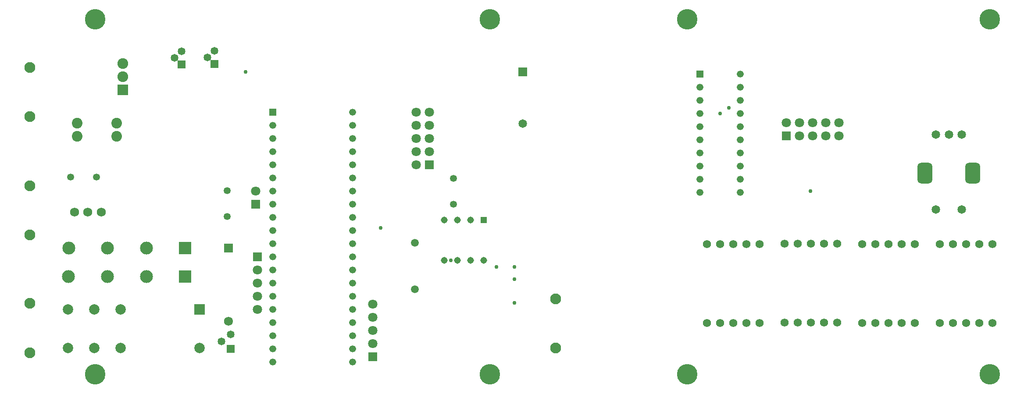
<source format=gbr>
G04*
G04 #@! TF.GenerationSoftware,Altium Limited,Altium Designer,22.4.2 (48)*
G04*
G04 Layer_Color=16711935*
%FSLAX24Y24*%
%MOIN*%
G70*
G04*
G04 #@! TF.SameCoordinates,A9630A7D-A4A5-49CB-BB12-AA859E33B044*
G04*
G04*
G04 #@! TF.FilePolarity,Negative*
G04*
G01*
G75*
%ADD32C,0.1559*%
%ADD33C,0.0650*%
%ADD34R,0.0650X0.0650*%
%ADD35C,0.0584*%
%ADD36R,0.0584X0.0584*%
%ADD37R,0.0525X0.0525*%
%ADD38C,0.0525*%
%ADD39C,0.0815*%
%ADD40R,0.0815X0.0815*%
%ADD41C,0.0531*%
%ADD42C,0.0709*%
%ADD43R,0.0709X0.0709*%
%ADD44C,0.0515*%
%ADD45R,0.0515X0.0515*%
%ADD46C,0.0827*%
%ADD47C,0.0980*%
%ADD48R,0.0980X0.0980*%
%ADD49R,0.0709X0.0709*%
%ADD50C,0.0679*%
%ADD51R,0.0679X0.0679*%
%ADD52C,0.0787*%
%ADD53R,0.0787X0.0787*%
%ADD54C,0.0616*%
%ADD55C,0.0809*%
%ADD56C,0.0689*%
%ADD57C,0.0591*%
%ADD58C,0.0528*%
%ADD59R,0.0528X0.0528*%
G04:AMPARAMS|DCode=60|XSize=159.4mil|YSize=112.2mil|CornerRadius=29.5mil|HoleSize=0mil|Usage=FLASHONLY|Rotation=90.000|XOffset=0mil|YOffset=0mil|HoleType=Round|Shape=RoundedRectangle|*
%AMROUNDEDRECTD60*
21,1,0.1594,0.0531,0,0,90.0*
21,1,0.1004,0.1122,0,0,90.0*
1,1,0.0591,0.0266,0.0502*
1,1,0.0591,0.0266,-0.0502*
1,1,0.0591,-0.0266,-0.0502*
1,1,0.0591,-0.0266,0.0502*
%
%ADD60ROUNDEDRECTD60*%
%ADD61C,0.0295*%
D32*
X20000Y11000D02*
D03*
X88000Y38000D02*
D03*
Y11000D02*
D03*
X65000D02*
D03*
Y38000D02*
D03*
X50000D02*
D03*
Y11000D02*
D03*
X20000Y38000D02*
D03*
D33*
X52500Y30063D02*
D03*
X84900Y29253D02*
D03*
X83916D02*
D03*
X85884D02*
D03*
X83916Y23544D02*
D03*
X85884D02*
D03*
D34*
X52500Y34000D02*
D03*
D35*
X30300Y14050D02*
D03*
X29618Y13500D02*
D03*
X29080Y35590D02*
D03*
X28549Y35090D02*
D03*
X26060Y35080D02*
D03*
X26591Y35580D02*
D03*
D36*
X30300Y12950D02*
D03*
X29080Y34590D02*
D03*
X26591Y34580D02*
D03*
D37*
X33500Y30950D02*
D03*
D38*
Y29950D02*
D03*
Y28950D02*
D03*
Y27950D02*
D03*
Y26950D02*
D03*
Y25950D02*
D03*
Y24950D02*
D03*
Y23950D02*
D03*
Y22950D02*
D03*
Y21950D02*
D03*
Y20950D02*
D03*
Y19950D02*
D03*
Y18950D02*
D03*
Y17950D02*
D03*
Y16950D02*
D03*
Y15950D02*
D03*
Y14950D02*
D03*
Y13950D02*
D03*
Y12950D02*
D03*
Y11950D02*
D03*
X39575D02*
D03*
Y12950D02*
D03*
Y13950D02*
D03*
Y14950D02*
D03*
Y15950D02*
D03*
Y16950D02*
D03*
Y17950D02*
D03*
Y18950D02*
D03*
Y19950D02*
D03*
Y20950D02*
D03*
Y21950D02*
D03*
Y22950D02*
D03*
Y23950D02*
D03*
Y24950D02*
D03*
Y25950D02*
D03*
Y26950D02*
D03*
Y27950D02*
D03*
Y28950D02*
D03*
Y29950D02*
D03*
Y30950D02*
D03*
D39*
X22100Y34650D02*
D03*
Y33650D02*
D03*
D40*
Y32650D02*
D03*
D41*
X30050Y22992D02*
D03*
Y24961D02*
D03*
X18142Y26000D02*
D03*
X20111D02*
D03*
X47250Y25908D02*
D03*
Y23939D02*
D03*
D42*
X32200Y24950D02*
D03*
X44400Y26950D02*
D03*
X45400Y27950D02*
D03*
X44400D02*
D03*
X45400Y28950D02*
D03*
X44400D02*
D03*
X45400Y29950D02*
D03*
X44400D02*
D03*
X45400Y30950D02*
D03*
X44400D02*
D03*
X72550Y30150D02*
D03*
X73550Y29150D02*
D03*
Y30150D02*
D03*
X74550Y29150D02*
D03*
Y30150D02*
D03*
X75550Y29150D02*
D03*
Y30150D02*
D03*
X76550Y29150D02*
D03*
Y30150D02*
D03*
X41100Y16350D02*
D03*
Y15350D02*
D03*
Y14350D02*
D03*
Y13350D02*
D03*
X32350Y18950D02*
D03*
Y17950D02*
D03*
Y16950D02*
D03*
Y15950D02*
D03*
D43*
X32200Y23950D02*
D03*
X45400Y26950D02*
D03*
X41100Y12350D02*
D03*
X32350Y19950D02*
D03*
D44*
X49550Y19675D02*
D03*
X48550D02*
D03*
X47550D02*
D03*
X46550D02*
D03*
Y22750D02*
D03*
X47550D02*
D03*
X48550D02*
D03*
D45*
X49550D02*
D03*
D46*
X55000Y16750D02*
D03*
Y13002D02*
D03*
X15050Y12652D02*
D03*
Y16400D02*
D03*
Y30600D02*
D03*
Y34348D02*
D03*
Y21600D02*
D03*
Y25348D02*
D03*
D47*
X18000Y20600D02*
D03*
X20953D02*
D03*
X23906D02*
D03*
X17994Y18450D02*
D03*
X20947D02*
D03*
X23900D02*
D03*
D48*
X26858Y20600D02*
D03*
X26853Y18450D02*
D03*
D49*
X72550Y29150D02*
D03*
D50*
X30150Y15050D02*
D03*
D51*
Y20601D02*
D03*
D52*
X21958Y12997D02*
D03*
X19958D02*
D03*
X17958D02*
D03*
Y15950D02*
D03*
X21958D02*
D03*
X19958D02*
D03*
X27950Y12997D02*
D03*
D53*
Y15950D02*
D03*
D54*
X88200Y20900D02*
D03*
X87200D02*
D03*
X86200D02*
D03*
X85200D02*
D03*
X84200D02*
D03*
Y14900D02*
D03*
X85200D02*
D03*
X86200D02*
D03*
X87200D02*
D03*
X88200D02*
D03*
X82300Y20900D02*
D03*
X81300D02*
D03*
X80300D02*
D03*
X79300D02*
D03*
X78300D02*
D03*
Y14900D02*
D03*
X79300D02*
D03*
X80300D02*
D03*
X81300D02*
D03*
X82300D02*
D03*
X76400Y20950D02*
D03*
X75400D02*
D03*
X74400D02*
D03*
X73400D02*
D03*
X72400D02*
D03*
Y14950D02*
D03*
X73400D02*
D03*
X74400D02*
D03*
X75400D02*
D03*
X76400D02*
D03*
X70500Y20900D02*
D03*
X69500D02*
D03*
X68500D02*
D03*
X67500D02*
D03*
X66500D02*
D03*
Y14900D02*
D03*
X67500D02*
D03*
X68500D02*
D03*
X69500D02*
D03*
X70500D02*
D03*
D55*
X21650Y29100D02*
D03*
Y30100D02*
D03*
X18650D02*
D03*
Y29100D02*
D03*
D56*
X20474Y23350D02*
D03*
X18466D02*
D03*
X19450D02*
D03*
D57*
X44300Y21022D02*
D03*
Y17478D02*
D03*
D58*
X69050Y33850D02*
D03*
Y32850D02*
D03*
Y31850D02*
D03*
Y30850D02*
D03*
Y29850D02*
D03*
Y28850D02*
D03*
Y27850D02*
D03*
Y26850D02*
D03*
Y25850D02*
D03*
Y24850D02*
D03*
X65987D02*
D03*
Y25850D02*
D03*
Y26850D02*
D03*
Y27850D02*
D03*
Y28850D02*
D03*
Y29850D02*
D03*
Y30850D02*
D03*
Y31850D02*
D03*
Y32850D02*
D03*
D59*
Y33850D02*
D03*
D60*
X86731Y26300D02*
D03*
X83069D02*
D03*
D61*
X51880Y18250D02*
D03*
X41727Y22130D02*
D03*
X68190Y31270D02*
D03*
X31450Y33990D02*
D03*
X47050Y19680D02*
D03*
X51880Y16440D02*
D03*
X50514Y19170D02*
D03*
X51880D02*
D03*
X74370Y24950D02*
D03*
X67500Y30850D02*
D03*
M02*

</source>
